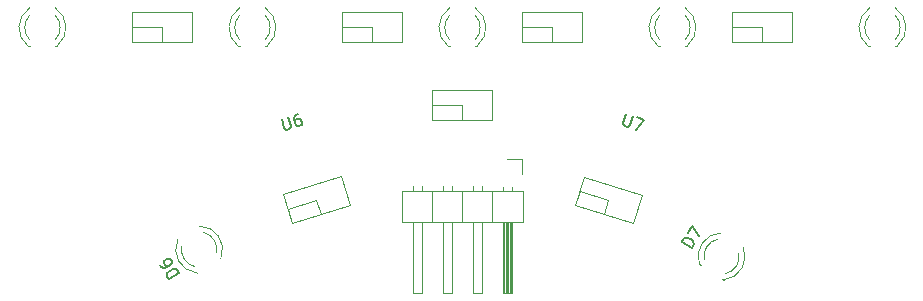
<source format=gbr>
%TF.GenerationSoftware,KiCad,Pcbnew,(6.0.5)*%
%TF.CreationDate,2022-10-18T17:21:11+09:00*%
%TF.ProjectId,line_sensor_front,6c696e65-5f73-4656-9e73-6f725f66726f,rev?*%
%TF.SameCoordinates,Original*%
%TF.FileFunction,Legend,Top*%
%TF.FilePolarity,Positive*%
%FSLAX46Y46*%
G04 Gerber Fmt 4.6, Leading zero omitted, Abs format (unit mm)*
G04 Created by KiCad (PCBNEW (6.0.5)) date 2022-10-18 17:21:11*
%MOMM*%
%LPD*%
G01*
G04 APERTURE LIST*
%ADD10C,0.150000*%
%ADD11C,0.120000*%
G04 APERTURE END LIST*
D10*
%TO.C,U7*%
X166256089Y-102328154D02*
X166012661Y-103100210D01*
X166029437Y-103205360D01*
X166060533Y-103265094D01*
X166137044Y-103339148D01*
X166318704Y-103396425D01*
X166423854Y-103379649D01*
X166483588Y-103348553D01*
X166557642Y-103272042D01*
X166801070Y-102499986D01*
X167164391Y-102614540D02*
X167800202Y-102815011D01*
X167090761Y-103639854D01*
%TO.C,U6*%
X137085700Y-102754360D02*
X137329128Y-103526417D01*
X137403182Y-103602928D01*
X137462916Y-103634023D01*
X137568066Y-103650800D01*
X137749726Y-103593522D01*
X137826237Y-103519469D01*
X137857333Y-103459734D01*
X137874109Y-103354585D01*
X137630681Y-102582528D01*
X138493568Y-102310461D02*
X138311907Y-102367738D01*
X138235396Y-102441792D01*
X138204301Y-102501527D01*
X138156428Y-102666410D01*
X138168291Y-102862390D01*
X138282845Y-103225711D01*
X138356899Y-103302222D01*
X138416633Y-103333318D01*
X138521783Y-103350094D01*
X138703443Y-103292817D01*
X138779954Y-103218763D01*
X138811050Y-103159029D01*
X138827826Y-103053879D01*
X138756230Y-102826804D01*
X138682176Y-102750293D01*
X138622442Y-102719197D01*
X138517292Y-102702420D01*
X138335632Y-102759698D01*
X138259121Y-102833752D01*
X138228025Y-102893486D01*
X138211249Y-102998635D01*
%TO.C,D7*%
X171825960Y-113655371D02*
X170982569Y-113118071D01*
X171110497Y-112917264D01*
X171227416Y-112822365D01*
X171358910Y-112793213D01*
X171464819Y-112804223D01*
X171651051Y-112866405D01*
X171771535Y-112943162D01*
X171906596Y-113085666D01*
X171961333Y-113176999D01*
X171990485Y-113308493D01*
X171953889Y-113454563D01*
X171825960Y-113655371D01*
X171468697Y-112355003D02*
X171826897Y-111792742D01*
X172440017Y-112691495D01*
%TO.C,D6*%
X128386373Y-115757305D02*
X127542982Y-116294604D01*
X127415053Y-116093797D01*
X127378457Y-115947727D01*
X127407609Y-115816232D01*
X127462346Y-115724899D01*
X127597407Y-115582395D01*
X127717891Y-115505638D01*
X127904123Y-115443457D01*
X128010032Y-115432447D01*
X128141526Y-115461598D01*
X128258445Y-115556497D01*
X128386373Y-115757305D01*
X126775411Y-115089759D02*
X126877753Y-115250405D01*
X126969086Y-115305143D01*
X127034834Y-115319718D01*
X127206489Y-115323284D01*
X127392721Y-115261103D01*
X127714013Y-115056417D01*
X127768750Y-114965085D01*
X127783326Y-114899337D01*
X127772316Y-114793429D01*
X127669974Y-114632783D01*
X127578641Y-114578045D01*
X127512893Y-114563470D01*
X127406985Y-114574479D01*
X127206177Y-114702408D01*
X127151440Y-114793741D01*
X127136864Y-114859488D01*
X127147874Y-114965397D01*
X127250217Y-115126043D01*
X127341550Y-115180780D01*
X127407297Y-115195356D01*
X127513206Y-115184346D01*
D11*
%TO.C,U7*%
X162335783Y-108848705D02*
X164758224Y-109612498D01*
X164758224Y-109612498D02*
X164376328Y-110823718D01*
X164376328Y-110823718D02*
X161953887Y-110059925D01*
X161953887Y-110059925D02*
X162335783Y-108848705D01*
X162717679Y-107637484D02*
X167562562Y-109165070D01*
X167562562Y-109165070D02*
X166798769Y-111587511D01*
X166798769Y-111587511D02*
X161953886Y-110059925D01*
X161953886Y-110059925D02*
X162717679Y-107637484D01*
%TO.C,D2*%
X135700000Y-96556000D02*
X135856000Y-96556000D01*
X133384000Y-96556000D02*
X133540000Y-96556000D01*
X133540163Y-93954870D02*
G75*
G03*
X133540000Y-96036961I1079837J-1041130D01*
G01*
X135700000Y-96036961D02*
G75*
G03*
X135699837Y-93954870I-1080000J1040961D01*
G01*
X135855516Y-96556000D02*
G75*
G03*
X135698608Y-93323665I-1235516J1560000D01*
G01*
X133541392Y-93323665D02*
G75*
G03*
X133384484Y-96556000I1078608J-1672335D01*
G01*
%TO.C,J1*%
X154050000Y-108427929D02*
X154050000Y-108825000D01*
X153290000Y-117485000D02*
X153290000Y-111485000D01*
X156210000Y-106115000D02*
X157480000Y-106115000D01*
X156410000Y-111485000D02*
X156410000Y-117485000D01*
X148970000Y-111485000D02*
X148970000Y-117485000D01*
X150750000Y-117485000D02*
X150750000Y-111485000D01*
X156590000Y-117485000D02*
X155830000Y-117485000D01*
X147260000Y-111485000D02*
X157540000Y-111485000D01*
X150750000Y-108427929D02*
X150750000Y-108825000D01*
X148970000Y-117485000D02*
X148210000Y-117485000D01*
X155830000Y-117485000D02*
X155830000Y-111485000D01*
X154940000Y-108825000D02*
X154940000Y-111485000D01*
X156590000Y-111485000D02*
X156590000Y-117485000D01*
X154050000Y-117485000D02*
X153290000Y-117485000D01*
X151510000Y-117485000D02*
X150750000Y-117485000D01*
X156290000Y-111485000D02*
X156290000Y-117485000D01*
X154050000Y-111485000D02*
X154050000Y-117485000D01*
X155830000Y-108495000D02*
X155830000Y-108825000D01*
X149860000Y-108825000D02*
X149860000Y-111485000D01*
X157540000Y-108825000D02*
X147260000Y-108825000D01*
X152400000Y-108825000D02*
X152400000Y-111485000D01*
X156050000Y-111485000D02*
X156050000Y-117485000D01*
X151510000Y-108427929D02*
X151510000Y-108825000D01*
X148970000Y-108427929D02*
X148970000Y-108825000D01*
X157480000Y-106115000D02*
X157480000Y-107385000D01*
X156530000Y-111485000D02*
X156530000Y-117485000D01*
X147260000Y-108825000D02*
X147260000Y-111485000D01*
X153290000Y-108427929D02*
X153290000Y-108825000D01*
X155930000Y-111485000D02*
X155930000Y-117485000D01*
X157540000Y-111485000D02*
X157540000Y-108825000D01*
X148210000Y-108427929D02*
X148210000Y-108825000D01*
X148210000Y-117485000D02*
X148210000Y-111485000D01*
X156590000Y-108495000D02*
X156590000Y-108825000D01*
X156170000Y-111485000D02*
X156170000Y-117485000D01*
X151510000Y-111485000D02*
X151510000Y-117485000D01*
%TO.C,D1*%
X117920000Y-96561000D02*
X118076000Y-96561000D01*
X115604000Y-96561000D02*
X115760000Y-96561000D01*
X118075516Y-96561000D02*
G75*
G03*
X117918608Y-93328665I-1235516J1560000D01*
G01*
X117920000Y-96041961D02*
G75*
G03*
X117919837Y-93959870I-1080000J1040961D01*
G01*
X115761392Y-93328665D02*
G75*
G03*
X115604484Y-96561000I1078608J-1672335D01*
G01*
X115760163Y-93959870D02*
G75*
G03*
X115760000Y-96041961I1079837J-1041130D01*
G01*
%TO.C,U3*%
X157480000Y-94994000D02*
X160020000Y-94994000D01*
X160020000Y-94994000D02*
X160020000Y-96264000D01*
X160020000Y-96264000D02*
X157480000Y-96264000D01*
X157480000Y-96264000D02*
X157480000Y-94994000D01*
X157480000Y-93724000D02*
X162560000Y-93724000D01*
X162560000Y-93724000D02*
X162560000Y-96264000D01*
X162560000Y-96264000D02*
X157480000Y-96264000D01*
X157480000Y-96264000D02*
X157480000Y-93724000D01*
%TO.C,D5*%
X153480000Y-96561000D02*
X153636000Y-96561000D01*
X151164000Y-96561000D02*
X151320000Y-96561000D01*
X151320163Y-93959870D02*
G75*
G03*
X151320000Y-96041961I1079837J-1041130D01*
G01*
X151321392Y-93328665D02*
G75*
G03*
X151164484Y-96561000I1078608J-1672335D01*
G01*
X153635516Y-96561000D02*
G75*
G03*
X153478608Y-93328665I-1235516J1560000D01*
G01*
X153480000Y-96041961D02*
G75*
G03*
X153479837Y-93959870I-1080000J1040961D01*
G01*
%TO.C,U1*%
X124460000Y-93724000D02*
X129540000Y-93724000D01*
X129540000Y-93724000D02*
X129540000Y-96264000D01*
X129540000Y-96264000D02*
X124460000Y-96264000D01*
X124460000Y-96264000D02*
X124460000Y-93724000D01*
X124460000Y-94994000D02*
X127000000Y-94994000D01*
X127000000Y-94994000D02*
X127000000Y-96264000D01*
X127000000Y-96264000D02*
X124460000Y-96264000D01*
X124460000Y-96264000D02*
X124460000Y-94994000D01*
%TO.C,U4*%
X175260000Y-94994000D02*
X177800000Y-94994000D01*
X177800000Y-94994000D02*
X177800000Y-96264000D01*
X177800000Y-96264000D02*
X175260000Y-96264000D01*
X175260000Y-96264000D02*
X175260000Y-94994000D01*
X175260000Y-93724000D02*
X180340000Y-93724000D01*
X180340000Y-93724000D02*
X180340000Y-96264000D01*
X180340000Y-96264000D02*
X175260000Y-96264000D01*
X175260000Y-96264000D02*
X175260000Y-93724000D01*
%TO.C,U6*%
X137232511Y-109133058D02*
X142077394Y-107605472D01*
X142077394Y-107605472D02*
X142841186Y-110027913D01*
X142841186Y-110027913D02*
X137996304Y-111555499D01*
X137996304Y-111555499D02*
X137232511Y-109133058D01*
X137614408Y-110344278D02*
X140036849Y-109580486D01*
X140036849Y-109580486D02*
X140418745Y-110791706D01*
X140418745Y-110791706D02*
X137996304Y-111555499D01*
X137996304Y-111555499D02*
X137614408Y-110344278D01*
%TO.C,D7*%
X172456824Y-115031799D02*
X172588393Y-115115618D01*
X174410119Y-116276185D02*
X174541688Y-116360004D01*
X174326300Y-112390241D02*
G75*
G03*
X172457232Y-115032059I11144J-1989970D01*
G01*
X173986117Y-112921935D02*
G75*
G03*
X172867273Y-114677865I351327J-1458276D01*
G01*
X174541280Y-116359744D02*
G75*
G03*
X176145677Y-113549313I-203836J1979533D01*
G01*
X174688998Y-115838432D02*
G75*
G03*
X175807568Y-114082327I-351554J1458221D01*
G01*
%TO.C,D4*%
X189040000Y-96561000D02*
X189196000Y-96561000D01*
X186724000Y-96561000D02*
X186880000Y-96561000D01*
X186880163Y-93959870D02*
G75*
G03*
X186880000Y-96041961I1079837J-1041130D01*
G01*
X186881392Y-93328665D02*
G75*
G03*
X186724484Y-96561000I1078608J-1672335D01*
G01*
X189195516Y-96561000D02*
G75*
G03*
X189038608Y-93328665I-1235516J1560000D01*
G01*
X189040000Y-96041961D02*
G75*
G03*
X189039837Y-93959870I-1080000J1040961D01*
G01*
%TO.C,U5*%
X149860000Y-101598000D02*
X152400000Y-101598000D01*
X152400000Y-101598000D02*
X152400000Y-102868000D01*
X152400000Y-102868000D02*
X149860000Y-102868000D01*
X149860000Y-102868000D02*
X149860000Y-101598000D01*
X149860000Y-100328000D02*
X154940000Y-100328000D01*
X154940000Y-100328000D02*
X154940000Y-102868000D01*
X154940000Y-102868000D02*
X149860000Y-102868000D01*
X149860000Y-102868000D02*
X149860000Y-100328000D01*
%TO.C,U2*%
X142240000Y-94994000D02*
X144780000Y-94994000D01*
X144780000Y-94994000D02*
X144780000Y-96264000D01*
X144780000Y-96264000D02*
X142240000Y-96264000D01*
X142240000Y-96264000D02*
X142240000Y-94994000D01*
X142240000Y-93724000D02*
X147320000Y-93724000D01*
X147320000Y-93724000D02*
X147320000Y-96264000D01*
X147320000Y-96264000D02*
X142240000Y-96264000D01*
X142240000Y-96264000D02*
X142240000Y-93724000D01*
%TO.C,D6*%
X129900455Y-115767252D02*
X130032024Y-115683433D01*
X131853750Y-114522866D02*
X131985319Y-114439047D01*
X128296466Y-112956561D02*
G75*
G03*
X129900863Y-115766992I1808233J-830898D01*
G01*
X131574870Y-114085113D02*
G75*
G03*
X130456026Y-112329183I-1470171J297654D01*
G01*
X131984910Y-114439307D02*
G75*
G03*
X130115843Y-111797490I-1880211J651848D01*
G01*
X128634575Y-113489575D02*
G75*
G03*
X129753145Y-115245680I1470124J-297884D01*
G01*
%TO.C,D3*%
X171260000Y-96561000D02*
X171416000Y-96561000D01*
X168944000Y-96561000D02*
X169100000Y-96561000D01*
X169100163Y-93959870D02*
G75*
G03*
X169100000Y-96041961I1079837J-1041130D01*
G01*
X171260000Y-96041961D02*
G75*
G03*
X171259837Y-93959870I-1080000J1040961D01*
G01*
X169101392Y-93328665D02*
G75*
G03*
X168944484Y-96561000I1078608J-1672335D01*
G01*
X171415516Y-96561000D02*
G75*
G03*
X171258608Y-93328665I-1235516J1560000D01*
G01*
%TD*%
M02*

</source>
